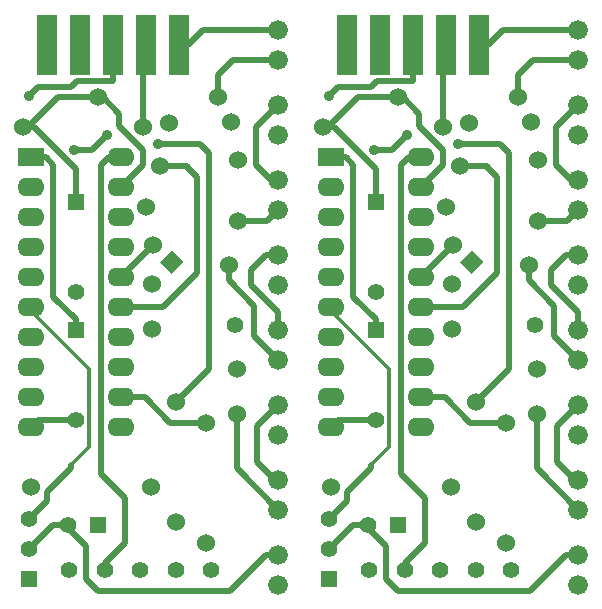
<source format=gtl>
G04 (created by PCBNEW-RS274X (2011-05-25)-stable) date Fri 31 Aug 2012 09:10:07 AM CDT*
G01*
G70*
G90*
%MOIN*%
G04 Gerber Fmt 3.4, Leading zero omitted, Abs format*
%FSLAX34Y34*%
G04 APERTURE LIST*
%ADD10C,0.006000*%
%ADD11C,0.055000*%
%ADD12C,0.060000*%
%ADD13R,0.090000X0.062000*%
%ADD14O,0.090000X0.062000*%
%ADD15R,0.070000X0.200000*%
%ADD16R,0.056000X0.056000*%
%ADD17C,0.056000*%
%ADD18C,0.066000*%
%ADD19R,0.055000X0.055000*%
%ADD20C,0.035000*%
%ADD21C,0.019700*%
%ADD22C,0.013000*%
G04 APERTURE END LIST*
G54D10*
G54D11*
X15581Y-18500D03*
X14400Y-18500D03*
X13219Y-18500D03*
X12038Y-18500D03*
X16762Y-18500D03*
G54D12*
X10500Y-03750D03*
X14500Y-03750D03*
X14750Y-15750D03*
X10750Y-15750D03*
X15600Y-16900D03*
X15600Y-12900D03*
X16600Y-17600D03*
X16600Y-13600D03*
X17614Y-13314D03*
X14786Y-10486D03*
X17614Y-11814D03*
X14786Y-08986D03*
X17347Y-08338D03*
X15053Y-05062D03*
X17664Y-04836D03*
X14836Y-07664D03*
X17647Y-06888D03*
X15353Y-03612D03*
X17414Y-03586D03*
X14586Y-06414D03*
X17000Y-02750D03*
X13000Y-02750D03*
G54D13*
X10750Y-04750D03*
G54D14*
X10750Y-05750D03*
X10750Y-06750D03*
X10750Y-07750D03*
X10750Y-08750D03*
X10750Y-09750D03*
X10750Y-10750D03*
X10750Y-11750D03*
X10750Y-12750D03*
X10750Y-13750D03*
X13750Y-13750D03*
X13750Y-12750D03*
X13750Y-11750D03*
X13750Y-10750D03*
X13750Y-09750D03*
X13750Y-08750D03*
X13750Y-07750D03*
X13750Y-06750D03*
X13750Y-05750D03*
X13750Y-04750D03*
G54D15*
X14600Y-01000D03*
X13500Y-01000D03*
X12400Y-01000D03*
X11300Y-01000D03*
X15700Y-01000D03*
G54D16*
X12250Y-10500D03*
G54D17*
X12250Y-13500D03*
G54D10*
G36*
X15835Y-08239D02*
X15439Y-08635D01*
X15043Y-08239D01*
X15439Y-07843D01*
X15835Y-08239D01*
X15835Y-08239D01*
G37*
G54D17*
X17561Y-10361D03*
G54D16*
X12250Y-06250D03*
G54D17*
X12250Y-09250D03*
G54D18*
X19000Y-01500D03*
X19000Y-00500D03*
X19000Y-04000D03*
X19000Y-03000D03*
X19000Y-06500D03*
X19000Y-05500D03*
X19000Y-09000D03*
X19000Y-08000D03*
X19000Y-11500D03*
X19000Y-10500D03*
X19000Y-14000D03*
X19000Y-13000D03*
X19000Y-16500D03*
X19000Y-15500D03*
X19000Y-19000D03*
X19000Y-18000D03*
G54D19*
X13000Y-17000D03*
G54D11*
X12000Y-17000D03*
G54D19*
X10700Y-18800D03*
G54D11*
X10700Y-17800D03*
X10700Y-16800D03*
G54D19*
X00700Y-18800D03*
G54D11*
X00700Y-17800D03*
X00700Y-16800D03*
G54D19*
X03000Y-17000D03*
G54D11*
X02000Y-17000D03*
G54D18*
X09000Y-19000D03*
X09000Y-18000D03*
X09000Y-16500D03*
X09000Y-15500D03*
X09000Y-14000D03*
X09000Y-13000D03*
X09000Y-11500D03*
X09000Y-10500D03*
X09000Y-09000D03*
X09000Y-08000D03*
X09000Y-06500D03*
X09000Y-05500D03*
X09000Y-04000D03*
X09000Y-03000D03*
X09000Y-01500D03*
X09000Y-00500D03*
G54D16*
X02250Y-06250D03*
G54D17*
X02250Y-09250D03*
G54D10*
G36*
X05835Y-08239D02*
X05439Y-08635D01*
X05043Y-08239D01*
X05439Y-07843D01*
X05835Y-08239D01*
X05835Y-08239D01*
G37*
G54D17*
X07561Y-10361D03*
G54D16*
X02250Y-10500D03*
G54D17*
X02250Y-13500D03*
G54D15*
X04600Y-01000D03*
X03500Y-01000D03*
X02400Y-01000D03*
X01300Y-01000D03*
X05700Y-01000D03*
G54D13*
X00750Y-04750D03*
G54D14*
X00750Y-05750D03*
X00750Y-06750D03*
X00750Y-07750D03*
X00750Y-08750D03*
X00750Y-09750D03*
X00750Y-10750D03*
X00750Y-11750D03*
X00750Y-12750D03*
X00750Y-13750D03*
X03750Y-13750D03*
X03750Y-12750D03*
X03750Y-11750D03*
X03750Y-10750D03*
X03750Y-09750D03*
X03750Y-08750D03*
X03750Y-07750D03*
X03750Y-06750D03*
X03750Y-05750D03*
X03750Y-04750D03*
G54D12*
X07000Y-02750D03*
X03000Y-02750D03*
X07414Y-03586D03*
X04586Y-06414D03*
X07647Y-06888D03*
X05353Y-03612D03*
X07664Y-04836D03*
X04836Y-07664D03*
X07347Y-08338D03*
X05053Y-05062D03*
X07614Y-11814D03*
X04786Y-08986D03*
X07614Y-13314D03*
X04786Y-10486D03*
X06600Y-17600D03*
X06600Y-13600D03*
X05600Y-16900D03*
X05600Y-12900D03*
X04750Y-15750D03*
X00750Y-15750D03*
X00500Y-03750D03*
X04500Y-03750D03*
G54D11*
X05581Y-18500D03*
X04400Y-18500D03*
X03219Y-18500D03*
X02038Y-18500D03*
X06762Y-18500D03*
G54D20*
X12200Y-04500D03*
X13300Y-04000D03*
X15000Y-04300D03*
X05000Y-04300D03*
X03300Y-04000D03*
X02200Y-04500D03*
X10700Y-02700D03*
X00700Y-02700D03*
G54D21*
X12100Y-15100D02*
X11300Y-15900D01*
X11300Y-15900D02*
X11300Y-16200D01*
X11300Y-16200D02*
X10700Y-16800D01*
G54D22*
X10750Y-09750D02*
X10750Y-09876D01*
X10750Y-09876D02*
X12700Y-11826D01*
X12700Y-11826D02*
X12700Y-14400D01*
X12700Y-14400D02*
X12100Y-15000D01*
G54D21*
X12100Y-15000D02*
X12100Y-15100D01*
X02100Y-15000D02*
X02100Y-15100D01*
G54D22*
X02700Y-14400D02*
X02100Y-15000D01*
X02700Y-11826D02*
X02700Y-14400D01*
X00750Y-09876D02*
X02700Y-11826D01*
X00750Y-09750D02*
X00750Y-09876D01*
G54D21*
X01300Y-16200D02*
X00700Y-16800D01*
X01300Y-15900D02*
X01300Y-16200D01*
X02100Y-15100D02*
X01300Y-15900D01*
X10750Y-04750D02*
X11250Y-04750D01*
X11250Y-04750D02*
X11500Y-05000D01*
X11500Y-05000D02*
X11500Y-09400D01*
X11500Y-09400D02*
X12250Y-10150D01*
X12250Y-10150D02*
X12250Y-10500D01*
X02250Y-10150D02*
X02250Y-10500D01*
X01500Y-09400D02*
X02250Y-10150D01*
X01500Y-05000D02*
X01500Y-09400D01*
X01250Y-04750D02*
X01500Y-05000D01*
X00750Y-04750D02*
X01250Y-04750D01*
X14500Y-05000D02*
X13750Y-05750D01*
X14500Y-04500D02*
X14500Y-05000D01*
X13700Y-03700D02*
X14500Y-04500D01*
X13700Y-03300D02*
X13700Y-03700D01*
X13150Y-02750D02*
X13700Y-03300D01*
X13000Y-02750D02*
X13150Y-02750D01*
X11650Y-02750D02*
X13000Y-02750D01*
X10650Y-03750D02*
X11650Y-02750D01*
X10500Y-03750D02*
X10650Y-03750D01*
X10850Y-03750D02*
X10500Y-03750D01*
X12250Y-05150D02*
X10850Y-03750D01*
X12250Y-06250D02*
X12250Y-05150D01*
X02250Y-06250D02*
X02250Y-05150D01*
X02250Y-05150D02*
X00850Y-03750D01*
X00850Y-03750D02*
X00500Y-03750D01*
X00500Y-03750D02*
X00650Y-03750D01*
X00650Y-03750D02*
X01650Y-02750D01*
X01650Y-02750D02*
X03000Y-02750D01*
X03000Y-02750D02*
X03150Y-02750D01*
X03150Y-02750D02*
X03700Y-03300D01*
X03700Y-03300D02*
X03700Y-03700D01*
X03700Y-03700D02*
X04500Y-04500D01*
X04500Y-04500D02*
X04500Y-05000D01*
X04500Y-05000D02*
X03750Y-05750D01*
X16000Y-01000D02*
X16500Y-00500D01*
X16500Y-00500D02*
X19000Y-00500D01*
X15700Y-01000D02*
X16000Y-01000D01*
X18750Y-05500D02*
X18250Y-05000D01*
X18250Y-05000D02*
X18250Y-03750D01*
X18250Y-03750D02*
X19000Y-03000D01*
X19000Y-05500D02*
X18750Y-05500D01*
X18600Y-08000D02*
X19000Y-08000D01*
X18100Y-08500D02*
X18600Y-08000D01*
X18100Y-09000D02*
X18100Y-08500D01*
X19000Y-09900D02*
X18100Y-09000D01*
X19000Y-10500D02*
X19000Y-09900D01*
X18300Y-13700D02*
X19000Y-13000D01*
X18300Y-14900D02*
X18300Y-13700D01*
X18900Y-15500D02*
X18300Y-14900D01*
X19000Y-15500D02*
X18900Y-15500D01*
X11000Y-13500D02*
X10750Y-13750D01*
X12250Y-13500D02*
X11000Y-13500D01*
X11500Y-17000D02*
X10700Y-17800D01*
X12000Y-17000D02*
X11500Y-17000D01*
X12000Y-17100D02*
X12600Y-17700D01*
X12600Y-17700D02*
X12600Y-18800D01*
X12600Y-18800D02*
X13000Y-19200D01*
X13000Y-19200D02*
X17400Y-19200D01*
X17400Y-19200D02*
X18600Y-18000D01*
X18600Y-18000D02*
X19000Y-18000D01*
X12000Y-17000D02*
X12000Y-17100D01*
X02000Y-17000D02*
X02000Y-17100D01*
X08600Y-18000D02*
X09000Y-18000D01*
X07400Y-19200D02*
X08600Y-18000D01*
X03000Y-19200D02*
X07400Y-19200D01*
X02600Y-18800D02*
X03000Y-19200D01*
X02600Y-17700D02*
X02600Y-18800D01*
X02000Y-17100D02*
X02600Y-17700D01*
X02000Y-17000D02*
X01500Y-17000D01*
X01500Y-17000D02*
X00700Y-17800D01*
X02250Y-13500D02*
X01000Y-13500D01*
X01000Y-13500D02*
X00750Y-13750D01*
X09000Y-15500D02*
X08900Y-15500D01*
X08900Y-15500D02*
X08300Y-14900D01*
X08300Y-14900D02*
X08300Y-13700D01*
X08300Y-13700D02*
X09000Y-13000D01*
X09000Y-10500D02*
X09000Y-09900D01*
X09000Y-09900D02*
X08100Y-09000D01*
X08100Y-09000D02*
X08100Y-08500D01*
X08100Y-08500D02*
X08600Y-08000D01*
X08600Y-08000D02*
X09000Y-08000D01*
X09000Y-05500D02*
X08750Y-05500D01*
X08250Y-03750D02*
X09000Y-03000D01*
X08250Y-05000D02*
X08250Y-03750D01*
X08750Y-05500D02*
X08250Y-05000D01*
X05700Y-01000D02*
X06000Y-01000D01*
X06500Y-00500D02*
X09000Y-00500D01*
X06000Y-01000D02*
X06500Y-00500D01*
X18612Y-06888D02*
X19000Y-06500D01*
X17647Y-06888D02*
X18612Y-06888D01*
X07647Y-06888D02*
X08612Y-06888D01*
X08612Y-06888D02*
X09000Y-06500D01*
X17000Y-02000D02*
X17500Y-01500D01*
X17500Y-01500D02*
X19000Y-01500D01*
X17000Y-02750D02*
X17000Y-02000D01*
X07000Y-02750D02*
X07000Y-02000D01*
X07500Y-01500D02*
X09000Y-01500D01*
X07000Y-02000D02*
X07500Y-01500D01*
X17347Y-08847D02*
X18200Y-09700D01*
X18200Y-09700D02*
X18200Y-10700D01*
X18200Y-10700D02*
X19000Y-11500D01*
X17347Y-08338D02*
X17347Y-08847D01*
X07347Y-08338D02*
X07347Y-08847D01*
X08200Y-10700D02*
X09000Y-11500D01*
X08200Y-09700D02*
X08200Y-10700D01*
X07347Y-08847D02*
X08200Y-09700D01*
X16400Y-04300D02*
X16700Y-04600D01*
X16700Y-04600D02*
X16700Y-11800D01*
X16700Y-11800D02*
X15600Y-12900D01*
X12200Y-04500D02*
X12800Y-04500D01*
X15000Y-04300D02*
X15300Y-04300D01*
X15300Y-04300D02*
X15500Y-04300D01*
X12800Y-04500D02*
X13300Y-04000D01*
X15500Y-04300D02*
X16400Y-04300D01*
X05500Y-04300D02*
X06400Y-04300D01*
X02800Y-04500D02*
X03300Y-04000D01*
X05300Y-04300D02*
X05500Y-04300D01*
X05000Y-04300D02*
X05300Y-04300D01*
X02200Y-04500D02*
X02800Y-04500D01*
X06700Y-11800D02*
X05600Y-12900D01*
X06700Y-04600D02*
X06700Y-11800D01*
X06400Y-04300D02*
X06700Y-04600D01*
X15400Y-13600D02*
X14550Y-12750D01*
X14550Y-12750D02*
X13750Y-12750D01*
X16600Y-13600D02*
X15400Y-13600D01*
X06600Y-13600D02*
X05400Y-13600D01*
X04550Y-12750D02*
X03750Y-12750D01*
X05400Y-13600D02*
X04550Y-12750D01*
X17614Y-15114D02*
X19000Y-16500D01*
X17614Y-13314D02*
X17614Y-15114D01*
X07614Y-13314D02*
X07614Y-15114D01*
X07614Y-15114D02*
X09000Y-16500D01*
X15150Y-09750D02*
X16300Y-08600D01*
X16300Y-08600D02*
X16300Y-05400D01*
X16000Y-05100D02*
X15962Y-05062D01*
X16300Y-05400D02*
X16000Y-05100D01*
X13750Y-09750D02*
X15150Y-09750D01*
X15962Y-05062D02*
X16000Y-05100D01*
X15053Y-05062D02*
X15962Y-05062D01*
X05053Y-05062D02*
X05962Y-05062D01*
X05962Y-05062D02*
X06000Y-05100D01*
X03750Y-09750D02*
X05150Y-09750D01*
X06300Y-05400D02*
X06000Y-05100D01*
X06000Y-05100D02*
X05962Y-05062D01*
X06300Y-08600D02*
X06300Y-05400D01*
X05150Y-09750D02*
X06300Y-08600D01*
X14836Y-07664D02*
X13750Y-08750D01*
X04836Y-07664D02*
X03750Y-08750D01*
X13500Y-01000D02*
X13500Y-02200D01*
X11000Y-02400D02*
X10700Y-02700D01*
X12100Y-02400D02*
X11000Y-02400D01*
X12300Y-02200D02*
X12100Y-02400D01*
X13500Y-02200D02*
X12300Y-02200D01*
X03500Y-02200D02*
X02300Y-02200D01*
X02300Y-02200D02*
X02100Y-02400D01*
X02100Y-02400D02*
X01000Y-02400D01*
X01000Y-02400D02*
X00700Y-02700D01*
X03500Y-01000D02*
X03500Y-02200D01*
X14500Y-01100D02*
X14600Y-01000D01*
X14500Y-03750D02*
X14500Y-01100D01*
X04500Y-03750D02*
X04500Y-01100D01*
X04500Y-01100D02*
X04600Y-01000D01*
X13219Y-18281D02*
X13900Y-17600D01*
X13900Y-17600D02*
X13900Y-16900D01*
X13350Y-04750D02*
X13750Y-04750D01*
X13900Y-16100D02*
X13900Y-16900D01*
X13100Y-15300D02*
X13900Y-16100D01*
X13100Y-05000D02*
X13100Y-15300D01*
X13350Y-04750D02*
X13100Y-05000D01*
X13219Y-18500D02*
X13219Y-18281D01*
X03219Y-18500D02*
X03219Y-18281D01*
X03350Y-04750D02*
X03100Y-05000D01*
X03100Y-05000D02*
X03100Y-15300D01*
X03100Y-15300D02*
X03900Y-16100D01*
X03900Y-16100D02*
X03900Y-16900D01*
X03350Y-04750D02*
X03750Y-04750D01*
X03900Y-17600D02*
X03900Y-16900D01*
X03219Y-18281D02*
X03900Y-17600D01*
M02*

</source>
